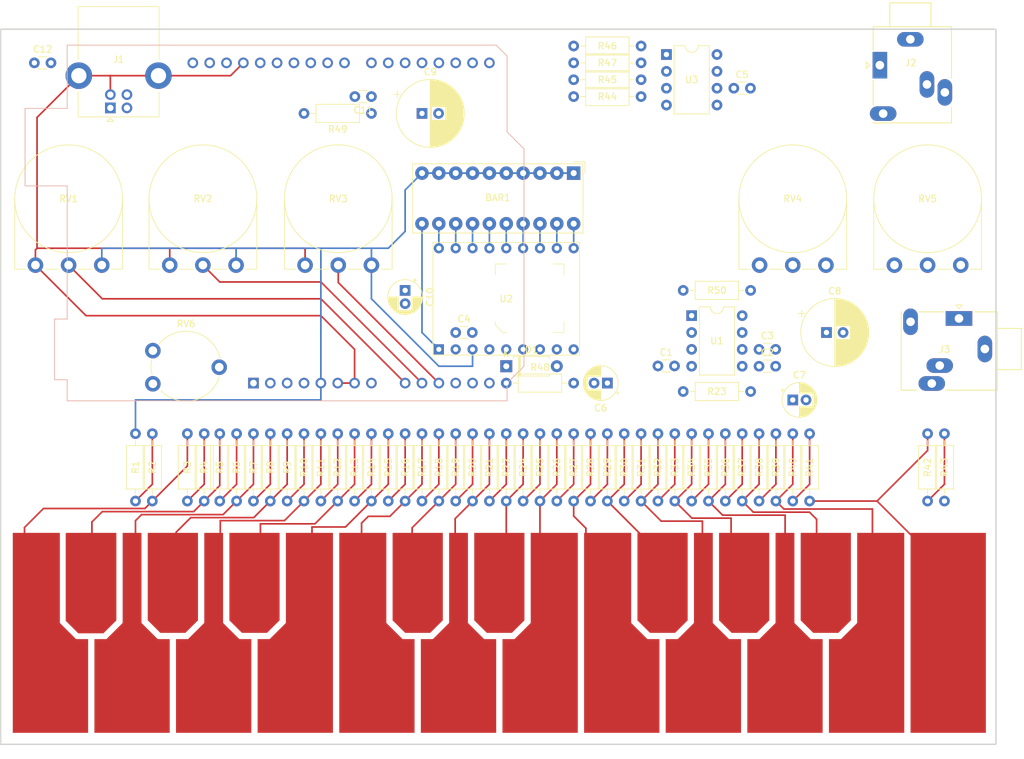
<source format=kicad_pcb>
(kicad_pcb (version 20211014) (generator pcbnew)
  (layers (0 "F.Cu" signal) (31 "B.Cu" signal) (34 "B.Paste" user) (35 "F.Paste" user) (36 "B.SilkS" user "B.Silkscreen") (37 "F.SilkS" user "F.Silkscreen") (38 "B.Mask" user) (39 "F.Mask" user) (44 "Edge.Cuts" user))
  (net 0 "")
  (net 5 "VCC")
  (net 6 "GND")
  (net 8 "POT_ATK")
  (net 9 "POT_REL")
  (net 10 "POT_WAV")
  (net 11 "Net-(A1-Pad12)")
  (net 13 "D_SYNTH")
  (net 31 "Net-(C11-Pad1)")
  (net 32 "Net-(BAR1-Pad11)")
  (net 33 "Net-(BAR1-Pad12)")
  (net 34 "Net-(BAR1-Pad13)")
  (net 35 "Net-(BAR1-Pad14)")
  (net 36 "Net-(BAR1-Pad15)")
  (net 37 "Net-(BAR1-Pad16)")
  (net 38 "Net-(BAR1-Pad17)")
  (net 39 "Net-(BAR1-Pad18)")
  (net 40 "Net-(BAR1-Pad19)")
  (net 41 "Net-(BAR1-Pad20)")
  (net 42 "Net-(C3-Pad1)")
  (net 43 "A_SYNTH")
  (net 44 "KB_IN")
  (net 46 "AUDIO_OUT")
  (net 47 "Net-(A1-Pad26)")
  (net 48 "Net-(RV5-Pad2)")
  (net 49 "Net-(RV5-Pad3)")
  (net 50 "Net-(R1-Pad2)")
  (net 51 "PAD_F3")
  (net 52 "PAD_F#3")
  (net 53 "Net-(R7-Pad2)")
  (net 54 "Net-(R10-Pad1)")
  (net 55 "PAD_G3")
  (net 56 "Net-(R13-Pad2)")
  (net 57 "PAD_G#3")
  (net 58 "Net-(R19-Pad2)")
  (net 59 "PAD_A3")
  (net 60 "Net-(R28-Pad2)")
  (net 61 "PAD_A#3")
  (net 62 "Net-(R32-Pad2)")
  (net 63 "Net-(C6-Pad1)")
  (net 64 "PAD_B3")
  (net 65 "Net-(R38-Pad2)")
  (net 66 "PAD_C4")
  (net 67 "Net-(R44-Pad2)")
  (net 68 "PRE_AMP")
  (net 70 "Net-(RV6-Pad1)")
  (net 71 "PAD_C#4")
  (net 72 "Net-(R3-Pad2)")
  (net 73 "Net-(R5-Pad2)")
  (net 74 "PAD_D4")
  (net 75 "PAD_D#4")
  (net 76 "Net-(R11-Pad2)")
  (net 77 "PAD_E4")
  (net 78 "PAD_F4")
  (net 79 "Net-(R15-Pad2)")
  (net 80 "Net-(R17-Pad2)")
  (net 81 "PAD_F#4")
  (net 82 "PAD_G4")
  (net 83 "Net-(R21-Pad2)")
  (net 84 "Net-(R24-Pad2)")
  (net 85 "Net-(R26-Pad2)")
  (net 86 "PAD_G#4")
  (net 87 "PAD_A4")
  (net 88 "Net-(R30-Pad2)")
  (net 89 "PAD_A#4")
  (net 90 "Net-(R34-Pad2)")
  (net 91 "Net-(R36-Pad2)")
  (net 92 "PAD_B4")
  (net 93 "PAD_C5")
  (net 94 "Net-(R40-Pad2)")
  (net 95 "Net-(R42-Pad2)")
  (net 96 "Net-(R46-Pad2)")
  (net 97 "Net-(J1-Pad1)")
  (net 100 "Net-(C7-Pad1)")
  (net 102 "Net-(RV6-Pad2)")
  (footprint "Resistor_THT:R_Axial_DIN0207_L6.3mm_D2.5mm_P10.16mm_Horizontal" (layer "F.Cu") (at 106.68 27.94)
    (fp_text reference "R45")
    (fp_text value "50k")
  )
  (footprint "Resistor_THT:R_Axial_DIN0207_L6.3mm_D2.5mm_P10.16mm_Horizontal" (layer "F.Cu") (at 106.68 81.28 -90)
    (fp_text reference "R27")
    (fp_text value "75")
  )
  (footprint "Resistor_THT:R_Axial_DIN0207_L6.3mm_D2.5mm_P10.16mm_Horizontal" (layer "F.Cu") (at 71.12 81.28 -90)
    (fp_text reference "R12")
    (fp_text value "0")
  )
  (footprint "Resistor_THT:R_Axial_DIN0207_L6.3mm_D2.5mm_P10.16mm_Horizontal" (layer "F.Cu") (at 160.02 81.28 -90)
    (fp_text reference "R42")
    (fp_text value "12k")
  )
  (footprint "Resistor_THT:R_Axial_DIN0207_L6.3mm_D2.5mm_P10.16mm_Horizontal" (layer "F.Cu") (at 106.68 30.48)
    (fp_text reference "R44")
    (fp_text value "10k")
  )
  (footprint "Resistor_THT:R_Axial_DIN0207_L6.3mm_D2.5mm_P10.16mm_Horizontal" (layer "F.Cu") (at 106.68 25.4)
    (fp_text reference "R47")
    (fp_text value "50k")
  )
  (footprint "Resistor_THT:R_Axial_DIN0207_L6.3mm_D2.5mm_P10.16mm_Horizontal" (layer "F.Cu") (at 121.92 81.28 -90)
    (fp_text reference "R33")
    (fp_text value "120")
  )
  (footprint "Resistor_THT:R_Axial_DIN0207_L6.3mm_D2.5mm_P10.16mm_Horizontal" (layer "F.Cu") (at 129.54 81.28 -90)
    (fp_text reference "R36")
    (fp_text value "2.2k")
  )
  (footprint "Resistor_THT:R_Axial_DIN0207_L6.3mm_D2.5mm_P10.16mm_Horizontal" (layer "F.Cu") (at 93.98 81.28 -90)
    (fp_text reference "R21")
    (fp_text value "1.3k")
  )
  (footprint "Resistor_THT:R_Axial_DIN0207_L6.3mm_D2.5mm_P10.16mm_Horizontal" (layer "F.Cu") (at 53.34 81.28 -90)
    (fp_text reference "R5")
    (fp_text value "1.1k")
  )
  (footprint "Resistor_THT:R_Axial_DIN0207_L6.3mm_D2.5mm_P10.16mm_Horizontal" (layer "F.Cu") (at 73.66 81.28 -90)
    (fp_text reference "R13")
    (fp_text value "680")
  )
  (footprint "Resistor_THT:R_Axial_DIN0207_L6.3mm_D2.5mm_P10.16mm_Horizontal" (layer "F.Cu") (at 68.58 81.28 -90)
    (fp_text reference "R11")
    (fp_text value "1k")
  )
  (footprint "Resistor_THT:R_Axial_DIN0207_L6.3mm_D2.5mm_P10.16mm_Horizontal" (layer "F.Cu") (at 96.52 81.28 -90)
    (fp_text reference "R22")
    (fp_text value "110")
  )
  (footprint "Resistor_THT:R_Axial_DIN0207_L6.3mm_D2.5mm_P10.16mm_Horizontal" (layer "F.Cu") (at 134.62 81.28 -90)
    (fp_text reference "R38")
    (fp_text value "2.2k")
  )
  (footprint "Display:HDSP-4832" (layer "F.Cu") (at 106.68 42.0175 -90)
    (fp_text reference "BAR1")
    (fp_text value "HDSP-4832")
  )
  (footprint "Resistor_THT:R_Axial_DIN0207_L6.3mm_D2.5mm_P10.16mm_Horizontal" (layer "F.Cu") (at 142.24 81.28 -90)
    (fp_text reference "R41")
    (fp_text value "160")
  )
  (footprint "Resistor_THT:R_Axial_DIN0207_L6.3mm_D2.5mm_P10.16mm_Horizontal" (layer "F.Cu") (at 123.19 59.69)
    (fp_text reference "R50")
    (fp_text value "100k")
  )
  (footprint "Capacitor_THT:CP_Radial_D10.0mm_P2.50mm" (layer "F.Cu") (at 83.82 33.02)
    (fp_text reference "C9")
    (fp_text value "10u")
  )
  (footprint "Connector_USB:USB_B_Lumberg_2411_02_Horizontal" (layer "F.Cu") (at 36.85 32.1875 90)
    (fp_text reference "J1")
    (fp_text value "USB_B")
  )
  (footprint "Resistor_THT:R_Axial_DIN0207_L6.3mm_D2.5mm_P10.16mm_Horizontal" (layer "F.Cu") (at 55.88 81.28 -90)
    (fp_text reference "R6")
    (fp_text value "20")
  )
  (footprint "keyboard:potm" (layer "F.Cu") (at 165.02 55.88 90)
    (fp_text reference "RV5")
    (fp_text value "10k")
  )
  (footprint "Package_DIP:DIP-8_W7.62mm" (layer "F.Cu") (at 120.66 24.14)
    (fp_text reference "U3")
    (fp_text value "LM386")
  )
  (footprint "Capacitor_THT:CP_Radial_D5.0mm_P2.00mm" (layer "F.Cu") (at 111.76 73.66 180)
    (fp_text reference "C6")
    (fp_text value "1u")
  )
  (footprint "Connector_Audio:Jack_3.5mm_Ledino_KB3SPRS_Horizontal" (layer "F.Cu") (at 152.8225 25.75 -90)
    (fp_text reference "J2")
    (fp_text value "AUDIO")
  )
  (footprint "Resistor_THT:R_Axial_DIN0207_L6.3mm_D2.5mm_P10.16mm_Horizontal" (layer "F.Cu") (at 83.82 81.28 -90)
    (fp_text reference "R17")
    (fp_text value "1.1k")
  )
  (footprint "Resistor_THT:R_Axial_DIN0207_L6.3mm_D2.5mm_P10.16mm_Horizontal" (layer "F.Cu") (at 58.42 81.28 -90)
    (fp_text reference "R7")
    (fp_text value "560")
  )
  (footprint "Resistor_THT:R_Axial_DIN0207_L6.3mm_D2.5mm_P10.16mm_Horizontal" (layer "F.Cu") (at 48.46 81.28 -90)
    (fp_text reference "R3")
    (fp_text value "560")
  )
  (footprint "Resistor_THT:R_Axial_DIN0207_L6.3mm_D2.5mm_P10.16mm_Horizontal" (layer "F.Cu") (at 91.44 81.28 -90)
    (fp_text reference "R20")
    (fp_text value "0")
  )
  (footprint "Resistor_THT:R_Axial_DIN0207_L6.3mm_D2.5mm_P10.16mm_Horizontal" (layer "F.Cu") (at 81.28 81.28 -90)
    (fp_text reference "R16")
    (fp_text value "30")
  )
  (footprint "Diode_THT:D_A-405_P7.62mm_Horizontal" (layer "F.Cu") (at 96.52 71.12)
    (fp_text reference "D1")
    (fp_text value "D")
  )
  (footprint "Capacitor_THT:C_Disc_D3.0mm_W1.6mm_P2.50mm" (layer "F.Cu") (at 88.9 66.04)
    (fp_text reference "C4")
    (fp_text value "100n")
  )
  (footprint "Resistor_THT:R_Axial_DIN0207_L6.3mm_D2.5mm_P10.16mm_Horizontal" (layer "F.Cu") (at 66.04 81.28 -90)
    (fp_text reference "R10")
    (fp_text value "39")
  )
  (footprint "keyboard:potm" (layer "F.Cu") (at 76.2 55.88 90)
    (fp_text reference "RV3")
    (fp_text value "10k")
  )
  (footprint "Capacitor_THT:C_Disc_D3.0mm_W1.6mm_P2.50mm" (layer "F.Cu") (at 119.38 71.08)
    (fp_text reference "C1")
    (fp_text value "100n")
  )
  (footprint "Resistor_THT:R_Axial_DIN0207_L6.3mm_D2.5mm_P10.16mm_Horizontal" (layer "F.Cu") (at 78.74 81.28 -90)
    (fp_text reference "R15")
    (fp_text value "1k")
  )
  (footprint "Resistor_THT:R_Axial_DIN0207_L6.3mm_D2.5mm_P10.16mm_Horizontal" (layer "F.Cu") (at 60.96 81.28 -90)
    (fp_text reference "R8")
    (fp_text value "39")
  )
  (footprint "Resistor_THT:R_Axial_DIN0207_L6.3mm_D2.5mm_P10.16mm_Horizontal" (layer "F.Cu") (at 63.5 81.28 -90)
    (fp_text reference "R9")
    (fp_text value "750")
  )
  (footprint "Capacitor_THT:C_Disc_D3.0mm_W1.6mm_P2.50mm" (layer "F.Cu") (at 134.62 68.58)
    (fp_text reference "C3")
    (fp_text value "10n")
  )
  (footprint "Resistor_THT:R_Axial_DIN0207_L6.3mm_D2.5mm_P10.16mm_Horizontal" (layer "F.Cu") (at 162.56 81.28 -90)
    (fp_text reference "R43")
    (fp_text value "240")
  )
  (footprint "keyboard:potm" (layer "F.Cu") (at 144.7 55.88 90)
    (fp_text reference "RV4")
    (fp_text value "50k")
  )
  (footprint "Capacitor_THT:C_Disc_D3.0mm_W1.6mm_P2.50mm" (layer "F.Cu") (at 25.4 25.4)
    (fp_text reference "C12")
    (fp_text value "100n")
  )
  (footprint "Resistor_THT:R_Axial_DIN0207_L6.3mm_D2.5mm_P10.16mm_Horizontal" (layer "F.Cu") (at 101.6 81.28 -90)
    (fp_text reference "R25")
    (fp_text value "68")
  )
  (footprint "Capacitor_THT:CP_Radial_D10.0mm_P2.50mm" (layer "F.Cu") (at 144.78 66.04)
    (fp_text reference "C8")
    (fp_text value "100u")
  )
  (footprint "keyboard:potm" (layer "F.Cu") (at 35.56 55.88 90)
    (fp_text reference "RV1")
    (fp_text value "10k")
  )
  (footprint "keyboard:potm" (layer "F.Cu") (at 55.8 55.88 90)
    (fp_text reference "RV2")
    (fp_text value "10k")
  )
  (footprint "Resistor_THT:R_Axial_DIN0207_L6.3mm_D2.5mm_P10.16mm_Horizontal" (layer "F.Cu") (at 43.18 81.28 -90)
    (fp_text reference "R2")
    (fp_text value "0")
  )
  (footprint "Capacitor_THT:C_Disc_D3.0mm_W1.6mm_P2.50mm" (layer "F.Cu") (at 130.82 29.22)
    (fp_text reference "C5")
    (fp_text value "100n")
  )
  (footprint "Resistor_THT:R_Axial_DIN0207_L6.3mm_D2.5mm_P10.16mm_Horizontal" (layer "F.Cu") (at 86.36 81.28 -90)
    (fp_text reference "R18")
    (fp_text value "10")
  )
  (footprint "Capacitor_THT:C_Disc_D3.0mm_W1.6mm_P2.50mm" (layer "F.Cu") (at 76.2 30.48 180)
    (fp_text reference "C11")
    (fp_text value "10n")
  )
  (footprint "Connector_Audio:Jack_3.5mm_Ledino_KB3SPRS_Horizontal" (layer "F.Cu") (at 164.75 63.9225 180)
    (fp_text reference "J3")
    (fp_text value "STYLUS")
  )
  (footprint "Resistor_THT:R_Axial_DIN0207_L6.3mm_D2.5mm_P10.16mm_Horizontal" (layer "F.Cu") (at 111.76 81.28 -90)
    (fp_text reference "R29")
    (fp_text value "180")
  )
  (footprint "Resistor_THT:R_Axial_DIN0207_L6.3mm_D2.5mm_P10.16mm_Horizontal" (layer "F.Cu") (at 104.14 81.28 -90)
    (fp_text reference "R26")
    (fp_text value "1.5k")
  )
  (footprint "Resistor_THT:R_Axial_DIN0207_L6.3mm_D2.5mm_P10.16mm_Horizontal" (layer "F.Cu") (at 124.46 81.28 -90)
    (fp_text reference "R34")
    (fp_text value "2.0k")
  )
  (footprint "Resistor_THT:R_Axial_DIN0207_L6.3mm_D2.5mm_P10.16mm_Horizontal" (layer "F.Cu") (at 40.64 81.28 -90)
    (fp_text reference "R1")
    (fp_text value "10k")
  )
  (footprint "Capacitor_THT:CP_Radial_D5.0mm_P2.00mm" (layer "F.Cu") (at 139.7 76.2)
    (fp_text reference "C7")
    (fp_text value "1u")
  )
  (footprint "Resistor_THT:R_Axial_DIN0207_L6.3mm_D2.5mm_P10.16mm_Horizontal" (layer "F.Cu") (at 76.2 81.28 -90)
    (fp_text reference "R14")
    (fp_text value "47")
  )
  (footprint "Resistor_THT:R_Axial_DIN0207_L6.3mm_D2.5mm_P10.16mm_Horizontal" (layer "F.Cu") (at 99.06 81.28 -90)
    (fp_text reference "R24")
    (fp_text value "1.3k")
  )
  (footprint "Resistor_THT:R_Axial_DIN0207_L6.3mm_D2.5mm_P10.16mm_Horizontal" (layer "F.Cu") (at 106.68 22.86)
    (fp_text reference "R46")
    (fp_text value "10k")
  )
  (footprint "keyboard:keyboard" (layer "F.Cu") (at 92.493447 109.146744)
    (fp_text reference "KB1" hide)
    (fp_text value "keyboard")
  )
  (footprint "Resistor_THT:R_Axial_DIN0207_L6.3mm_D2.5mm_P10.16mm_Horizontal" (layer "F.Cu") (at 109.22 81.28 -90)
    (fp_text reference "R28")
    (fp_text value "1.6k")
  )
  (footprint "Resistor_THT:R_Axial_DIN0207_L6.3mm_D2.5mm_P10.16mm_Horizontal" (layer "F.Cu") (at 119.38 81.28 -90)
    (fp_text reference "R32")
    (fp_text value "1.8k")
  )
  (footprint "Resistor_THT:R_Axial_DIN0207_L6.3mm_D2.5mm_P10.16mm_Horizontal" (layer "F.Cu") (at 137.16 81.28 -90)
    (fp_text reference "R39")
    (fp_text value "30")
  )
  (footprint "Potentiometer_THT:Potentiometer_Piher_PT-10-V10_Vertical" (layer "F.Cu") (at 43.26 73.77)
    (fp_text reference "RV6")
    (fp_text value "4k7")
  )
  (footprint "Capacitor_THT:C_Disc_D3.0mm_W1.6mm_P2.50mm" (layer "F.Cu") (at 134.62 71.12)
    (fp_text reference "C2")
    (fp_text value "100n")
  )
  (footprint "Resistor_THT:R_Axial_DIN0207_L6.3mm_D2.5mm_P10.16mm_Horizontal" (layer "F.Cu") (at 127 81.28 -90)
    (fp_text reference "R35")
    (fp_text value "160")
  )
  (footprint "Resistor_THT:R_Axial_DIN0207_L6.3mm_D2.5mm_P10.16mm_Horizontal" (layer "F.Cu") (at 116.84 81.28 -90)
    (fp_text reference "R31")
    (fp_text value "0")
  )
  (footprint "Resistor_THT:R_Axial_DIN0207_L6.3mm_D2.5mm_P10.16mm_Horizontal" (layer "F.Cu") (at 123.19 74.93)
    (fp_text reference "R23")
    (fp_text value "220k")
  )
  (footprint "Resistor_THT:R_Axial_DIN0207_L6.3mm_D2.5mm_P10.16mm_Horizontal" (layer "F.Cu") (at 132.08 81.28 -90)
    (fp_text reference "R37")
    (fp_text value "39")
  )
  (footprint "Resistor_THT:R_Axial_DIN0207_L6.3mm_D2.5mm_P10.16mm_Horizontal" (layer "F.Cu") (at 51 81.28 -90)
    (fp_text reference "R4")
    (fp_text value "10")
  )
  (footprint "Resistor_THT:R_Axial_DIN0207_L6.3mm_D2.5mm_P10.16mm_Horizontal" (layer "F.Cu") (at 96.52 73.66)
    (fp_text reference "R48")
    (fp_text value "100k")
  )
  (footprint "Package_DIP:DIP-8_W7.62mm" (layer "F.Cu") (at 124.46 63.5)
    (fp_text reference "U1")
    (fp_text value "NE555P")
  )
  (footprint "Resistor_THT:R_Axial_DIN0207_L6.3mm_D2.5mm_P10.16mm_Horizontal" (layer "F.Cu") (at 76.2 33.02 180)
    (fp_text reference "R49")
    (fp_text value "1k")
  )
  (footprint "Capacitor_THT:CP_Radial_D5.0mm_P2.00mm" (layer "F.Cu") (at 81.28 59.69 -90)
    (fp_text reference "C10")
    (fp_text value "2.2u")
  )
  (footprint "keyboard:avans-lm3914v" (layer "F.Cu") (at 96.52 60.96 90)
    (fp_text reference "U2")
    (fp_text value "LM3914V")
  )
  (footprint "Resistor_THT:R_Axial_DIN0207_L6.3mm_D2.5mm_P10.16mm_Horizontal" (layer "F.Cu") (at 88.9 81.28 -90)
    (fp_text reference "R19")
    (fp_text value "1.3k")
  )
  (footprint "Resistor_THT:R_Axial_DIN0207_L6.3mm_D2.5mm_P10.16mm_Horizontal" (layer "F.Cu") (at 139.7 81.28 -90)
    (fp_text reference "R40")
    (fp_text value "2.7k")
  )
  (footprint "Resistor_THT:R_Axial_DIN0207_L6.3mm_D2.5mm_P10.16mm_Horizontal" (layer "F.Cu") (at 114.3 81.28 -90)
    (fp_text reference "R30")
    (fp_text value "1.8k")
  )
  (footprint "Module:Arduino_UNO_R3" (layer "B.Cu") (at 58.42 73.66)
    (fp_text reference "A1" hide)
    (fp_text value "Arduino_UNO_R3")
  )
  (gr_rect (start 20.32 20.32) (end 170.32 128.1) (layer "Edge.Cuts") (width 0.2) (fill none))
  (segment (start 55.88 53.34) (end 55.8 53.42) (width 0.25) (layer "B.Cu") (net 5))
  (segment (start 91.44 68.58) (end 91.44 71.12) (width 0.25) (layer "B.Cu") (net 5))
  (segment (start 35.56 53.34) (end 55.88 53.34) (width 0.25) (layer "B.Cu") (net 5))
  (segment (start 40.64 76.2) (end 40.64 81.28) (width 0.25) (layer "B.Cu") (net 5))
  (segment (start 83.82 42.0175) (end 81.28 44.5575) (width 0.25) (layer "B.Cu") (net 5))
  (segment (start 68.58 76.2) (end 40.64 76.2) (width 0.25) (layer "B.Cu") (net 5))
  (segment (start 81.28 44.5575) (end 81.28 45.72) (width 0.25) (layer "B.Cu") (net 5))
  (segment (start 106.68 42.0175) (end 83.82 42.0175) (width 0.25) (layer "B.Cu") (net 5))
  (segment (start 76.2 53.34) (end 76.2 55.88) (width 0.25) (layer "B.Cu") (net 5))
  (segment (start 78.74 53.34) (end 76.2 53.34) (width 0.25) (layer "B.Cu") (net 5))
  (segment (start 55.88 53.34) (end 68.58 53.34) (width 0.25) (layer "B.Cu") (net 5))
  (segment (start 91.44 71.12) (end 86.36 71.12) (width 0.25) (layer "B.Cu") (net 5))
  (segment (start 68.58 73.66) (end 68.58 53.34) (width 0.25) (layer "B.Cu") (net 5))
  (segment (start 76.2 60.96) (end 76.2 55.88) (width 0.25) (layer "B.Cu") (net 5))
  (segment (start 86.36 71.12) (end 76.2 60.96) (width 0.25) (layer "B.Cu") (net 5))
  (segment (start 68.58 73.66) (end 68.58 76.2) (width 0.25) (layer "B.Cu") (net 5))
  (segment (start 35.56 55.88) (end 35.56 53.34) (width 0.25) (layer "B.Cu") (net 5))
  (segment (start 68.58 53.34) (end 76.2 53.34) (width 0.25) (layer "B.Cu") (net 5))
  (segment (start 81.28 50.8) (end 78.74 53.34) (width 0.25) (layer "B.Cu") (net 5))
  (segment (start 55.8 53.42) (end 55.8 55.88) (width 0.25) (layer "B.Cu") (net 5))
  (segment (start 81.28 45.72) (end 81.28 50.8) (width 0.25) (layer "B.Cu") (net 5))
  (segment (start 45.8 55.88) (end 45.8 53.352362) (width 0.25) (layer "F.Cu") (net 6))
  (segment (start 32.1 27.3275) (end 36.854501 27.3275) (width 0.25) (layer "F.Cu") (net 6))
  (segment (start 54.9725 27.3275) (end 56.9 25.4) (width 0.25) (layer "F.Cu") (net 6))
  (segment (start 36.85 27.332001) (end 36.854501 27.3275) (width 0.25) (layer "F.Cu") (net 6))
  (segment (start 73.66 68.58) (end 73.66 73.66) (width 0.25) (layer "F.Cu") (net 6))
  (segment (start 25.803039 53.34) (end 25.56 53.583039) (width 0.25) (layer "F.Cu") (net 6))
  (segment (start 66.2 53.5) (end 66.04 53.34) (width 0.25) (layer "F.Cu") (net 6))
  (segment (start 66.04 53.34) (end 45.787638 53.34) (width 0.25) (layer "F.Cu") (net 6))
  (segment (start 25.56 53.583039) (end 25.56 55.88) (width 0.25) (layer "F.Cu") (net 6))
  (segment (start 68.58 63.5) (end 73.66 68.58) (width 0.25) (layer "F.Cu") (net 6))
  (segment (start 36.85 30.1875) (end 36.85 27.332001) (width 0.25) (layer "F.Cu") (net 6))
  (segment (start 33.18 63.5) (end 68.58 63.5) (width 0.25) (layer "F.Cu") (net 6))
  (segment (start 25.803039 53.34) (end 25.803039 33.624461) (width 0.25) (layer "F.Cu") (net 6))
  (segment (start 45.787638 53.34) (end 25.803039 53.34) (width 0.25) (layer "F.Cu") (net 6))
  (segment (start 66.2 55.88) (end 66.2 53.5) (width 0.25) (layer "F.Cu") (net 6))
  (segment (start 36.854501 27.3275) (end 44.1 27.3275) (width 0.25) (layer "F.Cu") (net 6))
  (segment (start 45.8 53.352362) (end 45.787638 53.34) (width 0.25) (layer "F.Cu") (net 6))
  (segment (start 25.803039 33.624461) (end 32.1 27.3275) (width 0.25) (layer "F.Cu") (net 6))
  (segment (start 25.56 55.88) (end 33.18 63.5) (width 0.25) (layer "F.Cu") (net 6))
  (segment (start 44.1 27.3275) (end 54.9725 27.3275) (width 0.25) (layer "F.Cu") (net 6))
  (segment (start 73.66 73.66) (end 71.12 73.66) (width 0.25) (layer "F.Cu") (net 6))
  (segment (start 31.729999 29.230001) (end 33.02 27.94) (width 0.25) (layer "B.Cu") (net 6))
  (segment (start 81.28 73.66) (end 68.58 60.96) (width 0.25) (layer "F.Cu") (net 8))
  (segment (start 35.64 60.96) (end 30.56 55.88) (width 0.25) (layer "F.Cu") (net 8))
  (segment (start 68.58 60.96) (end 35.64 60.96) (width 0.25) (layer "F.Cu") (net 8))
  (segment (start 53.34 58.42) (end 68.58 58.42) (width 0.25) (layer "F.Cu") (net 9))
  (segment (start 50.8 55.88) (end 53.34 58.42) (width 0.25) (layer "F.Cu") (net 9))
  (segment (start 68.58 58.42) (end 83.82 73.66) (width 0.25) (layer "F.Cu") (net 9))
  (segment (start 71.2 58.5) (end 86.36 73.66) (width 0.25) (layer "F.Cu") (net 10))
  (segment (start 71.2 55.88) (end 71.2 58.5) (width 0.25) (layer "F.Cu") (net 10))
  (segment (start 83.82 66.04) (end 83.82 49.6375) (width 0.25) (layer "B.Cu") (net 32))
  (segment (start 86.36 68.58) (end 83.82 66.04) (width 0.25) (layer "B.Cu") (net 32))
  (segment (start 86.36 53.34) (end 86.36 49.6375) (width 0.25) (layer "B.Cu") (net 33))
  (segment (start 88.9 53.34) (end 88.9 49.6375) (width 0.25) (layer "B.Cu") (net 34))
  (segment (start 91.44 53.34) (end 91.44 49.6375) (width 0.25) (layer "B.Cu") (net 35))
  (segment (start 93.98 53.34) (end 93.98 49.6375) (width 0.25) (layer "B.Cu") (net 36))
  (segment (start 96.52 53.34) (end 96.52 49.6375) (width 0.25) (layer "B.Cu") (net 37))
  (segment (start 99.06 53.34) (end 99.06 49.6375) (width 0.25) (layer "B.Cu") (net 38))
  (segment (start 101.6 53.34) (end 101.6 49.6375) (width 0.25) (layer "B.Cu") (net 39))
  (segment (start 104.14 53.34) (end 104.14 49.6375) (width 0.25) (layer "B.Cu") (net 40))
  (segment (start 106.68 53.34) (end 106.68 49.6375) (width 0.25) (layer "B.Cu") (net 41))
  (segment (start 43.18 81.28) (end 43.18 88.9) (width 0.25) (layer "F.Cu") (net 50))
  (segment (start 43.18 88.9) (end 40.64 91.44) (width 0.25) (layer "F.Cu") (net 50))
  (segment (start 43.18 91.44) (end 42.055489 92.564511) (width 0.25) (layer "F.Cu") (net 51))
  (segment (start 48.46 81.28) (end 48.46 86.16) (width 0.25) (layer "F.Cu") (net 51))
  (segment (start 48.46 86.16) (end 43.18 91.44) (width 0.25) (layer "F.Cu") (net 51))
  (segment (start 23.913447 95.41989) (end 23.913447 124.386744) (width 0.25) (layer "F.Cu") (net 51))
  (segment (start 26.768826 92.564511) (end 23.913447 95.41989) (width 0.25) (layer "F.Cu") (net 51))
  (segment (start 42.055489 92.564511) (end 26.768826 92.564511) (width 0.25) (layer "F.Cu") (net 51))
  (segment (start 35.640413 93.03057) (end 34.073447 94.597536) (width 0.25) (layer "F.Cu") (net 52))
  (segment (start 53.34 89.1) (end 51 91.44) (width 0.25) (layer "F.Cu") (net 52))
  (segment (start 34.073447 94.597536) (end 34.073447 109.146744) (width 0.25) (layer "F.Cu") (net 52))
  (segment (start 53.34 81.28) (end 53.34 89.1) (width 0.25) (layer "F.Cu") (net 52))
  (segment (start 51 91.44) (end 49.40943 93.03057) (width 0.25) (layer "F.Cu") (net 52))
  (segment (start 49.40943 93.03057) (end 35.640413 93.03057) (width 0.25) (layer "F.Cu") (net 52))
  (segment (start 60.96 88.9) (end 58.42 91.44) (width 0.25) (layer "F.Cu") (net 53))
  (segment (start 60.96 81.28) (end 60.96 88.9) (width 0.25) (layer "F.Cu") (net 53))
  (segment (start 66.04 81.28) (end 66.04 88.9) (width 0.25) (layer "F.Cu") (net 54))
  (segment (start 66.04 88.9) (end 63.5 91.44) (width 0.25) (layer "F.Cu") (net 54))
  (segment (start 55.88 91.44) (end 53.838266 93.481734) (width 0.25) (layer "F.Cu") (net 55))
  (segment (start 40.64 94.397464) (end 40.64 120.360191) (width 0.25) (layer "F.Cu") (net 55))
  (segment (start 58.42 81.28) (end 58.42 88.9) (width 0.25) (layer "F.Cu") (net 55))
  (segment (start 40.64 120.360191) (end 36.613447 124.386744) (width 0.25) (layer "F.Cu") (net 55))
  (segment (start 58.42 88.9) (end 55.88 91.44) (width 0.25) (layer "F.Cu") (net 55))
  (segment (start 41.55573 93.481734) (end 40.64 94.397464) (width 0.25) (layer "F.Cu") (net 55))
  (segment (start 53.838266 93.481734) (end 41.55573 93.481734) (width 0.25) (layer "F.Cu") (net 55))
  (segment (start 73.66 91.44) (end 76.2 88.9) (width 0.25) (layer "F.Cu") (net 56))
  (segment (start 76.2 88.9) (end 76.2 81.28) (width 0.25) (layer "F.Cu") (net 56))
  (segment (start 46.773447 96.132259) (end 46.773447 109.146744) (width 0.25) (layer "F.Cu") (net 57))
  (segment (start 63.5 88.9) (end 60.96 91.44) (width 0.25) (layer "F.Cu") (net 57))
  (segment (start 58.466541 93.933459) (end 48.972247 93.933459) (width 0.25) (layer "F.Cu") (net 57))
  (segment (start 60.96 91.44) (end 58.466541 93.933459) (width 0.25) (layer "F.Cu") (net 57))
  (segment (start 48.972247 93.933459) (end 46.773447 96.132259) (width 0.25) (layer "F.Cu") (net 57))
  (segment (start 63.5 81.28) (end 63.5 88.9) (width 0.25) (layer "F.Cu") (net 57))
  (segment (start 91.44 88.9) (end 88.9 91.44) (width 0.25) (layer "F.Cu") (net 58))
  (segment (start 91.44 81.28) (end 91.44 88.9) (width 0.25) (layer "F.Cu") (net 58))
  (segment (start 66.04 91.44) (end 63.093114 94.386886) (width 0.25) (layer "F.Cu") (net 59))
  (segment (start 53.420799 97.434811) (end 52.727922 98.127688) (width 0.25) (layer "F.Cu") (net 59))
  (segment (start 68.58 88.9) (end 66.04 91.44) (width 0.25) (layer "F.Cu") (net 59))
  (segment (start 68.58 81.28) (end 68.58 88.9) (width 0.25) (layer "F.Cu") (net 59))
  (segment (start 53.420799 94.386886) (end 53.420799 97.434811) (width 0.25) (layer "F.Cu") (net 59))
  (segment (start 63.093114 94.386886) (end 53.420799 94.386886) (width 0.25) (layer "F.Cu") (net 59))
  (segment (start 111.76 81.28) (end 111.76 88.9) (width 0.25) (layer "F.Cu") (net 60))
  (segment (start 111.76 88.9) (end 109.22 91.44) (width 0.25) (layer "F.Cu") (net 60))
  (segment (start 59.465489 109.138786) (end 59.473447 109.146744) (width 0.25) (layer "F.Cu") (net 61))
  (segment (start 67.688657 94.871343) (end 59.465489 94.871343) (width 0.25) (layer "F.Cu") (net 61))
  (segment (start 73.66 88.9) (end 71.12 91.44) (width 0.25) (layer "F.Cu") (net 61))
  (segment (start 59.465489 94.871343) (end 59.465489 109.138786) (width 0.25) (layer "F.Cu") (net 61))
  (segment (start 73.66 81.28) (end 73.66 88.9) (width 0.25) (layer "F.Cu") (net 61))
  (segment (start 71.12 91.44) (end 67.688657 94.871343) (width 0.25) (layer "F.Cu") (net 61))
  (segment (start 121.92 88.9) (end 121.92 81.28) (width 0.25) (layer "F.Cu") (net 62))
  (segment (start 119.38 91.44) (end 121.92 88.9) (width 0.25) (layer "F.Cu") (net 62))
  (segment (start 67.239629 98.469125) (end 67.323402 98.552898) (width 0.25) (layer "F.Cu") (net 64))
  (segment (start 72.291705 95.348295) (end 67.239629 95.348295) (width 0.25) (layer "F.Cu") (net 64))
  (segment (start 78.74 81.28) (end 78.74 88.9) (width 0.25) (layer "F.Cu") (net 64))
  (segment (start 67.239629 95.348295) (end 67.239629 98.469125) (width 0.25) (layer "F.Cu") (net 64))
  (segment (start 78.74 88.9) (end 76.2 91.44) (width 0.25) (layer "F.Cu") (net 64))
  (segment (start 76.2 91.44) (end 72.291705 95.348295) (width 0.25) (layer "F.Cu") (net 64))
  (segment (start 134.62 91.44) (end 137.16 88.9) (width 0.25) (layer "F.Cu") (net 65))
  (segment (start 137.16 88.9) (end 137.16 81.28) (width 0.25) (layer "F.Cu") (net 65))
  (segment (start 74.713447 94.763215) (end 74.713447 124.386744) (width 0.25) (layer "F.Cu") (net 66))
  (segment (start 81.28 91.44) (end 78.975726 93.744274) (width 0.25) (layer "F.Cu") (net 66))
  (segment (start 75.732388 93.744274) (end 74.713447 94.763215) (width 0.25) (layer "F.Cu") (net 66))
  (segment (start 78.975726 93.744274) (end 75.732388 93.744274) (width 0.25) (layer "F.Cu") (net 66))
  (segment (start 83.82 81.28) (end 83.82 88.9) (width 0.25) (layer "F.Cu") (net 66))
  (segment (start 83.82 88.9) (end 81.28 91.44) (width 0.25) (layer "F.Cu") (net 66))
  (segment (start 82.333447 95.466553) (end 82.333447 109.146744) (width 0.25) (layer "F.Cu") (net 71))
  (segment (start 88.9 81.28) (end 88.9 88.9) (width 0.25) (layer "F.Cu") (net 71))
  (segment (start 86.36 91.44) (end 82.333447 95.466553) (width 0.25) (layer "F.Cu") (net 71))
  (segment (start 88.9 88.9) (end 86.36 91.44) (width 0.25) (layer "F.Cu") (net 71))
  (segment (start 51 81.28) (end 51 88.9) (width 0.25) (layer "F.Cu") (net 72))
  (segment (start 51 88.9) (end 48.46 91.44) (width 0.25) (layer "F.Cu") (net 72))
  (segment (start 55.88 81.28) (end 55.88 88.9) (width 0.25) (layer "F.Cu") (net 73))
  (segment (start 55.88 88.9) (end 53.34 91.44) (width 0.25) (layer "F.Cu") (net 73))
  (segment (start 91.44 91.44) (end 91.44 91.470395) (width 0.25) (layer "F.Cu") (net 74))
  (segment (start 91.44 91.470395) (end 88.818697 94.091698) (width 0.25) (layer "F.Cu") (net 74))
  (segment (start 88.818697 94.091698) (end 88.818697 122.981494) (width 0.25) (layer "F.Cu") (net 74))
  (segment (start 88.818697 122.981494) (end 87.413447 124.386744) (width 0.25) (layer "F.Cu") (net 74))
  (segment (start 93.98 88.9) (end 91.44 91.44) (width 0.25) (layer "F.Cu") (net 74))
  (segment (start 93.98 81.28) (end 93.98 88.9) (width 0.25) (layer "F.Cu") (net 74))
  (segment (start 96.52 107.660191) (end 95.033447 109.146744) (width 0.25) (layer "F.Cu") (net 75))
  (segment (start 99.06 81.28) (end 99.06 88.9) (width 0.25) (layer "F.Cu") (net 75))
  (segment (start 96.52 91.44) (end 96.52 107.660191) (width 0.25) (layer "F.Cu") (net 75))
  (segment (start 99.06 88.9) (end 96.52 91.44) (width 0.25) (layer "F.Cu") (net 75))
  (segment (start 71.12 88.9) (end 71.12 81.28) (width 0.25) (layer "F.Cu") (net 76))
  (segment (start 68.58 91.44) (end 71.12 88.9) (width 0.25) (layer "F.Cu") (net 76))
  (segment (start 104.14 81.28) (end 104.14 88.9) (width 0.25) (layer "F.Cu") (net 77))
  (segment (start 101.6 122.900191) (end 100.113447 124.386744) (width 0.25) (layer "F.Cu") (net 77))
  (segment (start 104.14 88.9) (end 101.6 91.44) (width 0.25) (layer "F.Cu") (net 77))
  (segment (start 101.6 91.44) (end 101.6 122.900191) (width 0.25) (layer "F.Cu") (net 77))
  (segment (start 106.68 93.694453) (end 108.525151 95.539604) (width 0.25) (layer "F.Cu") (net 78))
  (segment (start 109.22 88.9) (end 106.68 91.44) (width 0.25) (layer "F.Cu") (net 78))
  (segment (start 108.525151 95.539604) (end 108.525151 122.638448) (width 0.25) (layer "F.Cu") (net 78))
  (segment (start 108.525151 122.638448) (end 110.273447 124.386744) (width 0.25) (layer "F.Cu") (net 78))
  (segment (start 106.68 91.44) (end 106.68 93.694453) (width 0.25) (layer "F.Cu") (net 78))
  (segment (start 109.22 81.28) (end 109.22 88.9) (width 0.25) (layer "F.Cu") (net 78))
  (segment (start 78.74 91.44) (end 81.28 88.9) (width 0.25) (layer "F.Cu") (net 79))
  (segment (start 81.28 88.9) (end 81.28 81.28) (width 0.25) (layer "F.Cu") (net 79))
  (segment (start 86.36 88.9) (end 83.82 91.44) (width 0.25) (layer "F.Cu") (net 80))
  (segment (start 86.36 81.28) (end 86.36 88.9) (width 0.25) (layer "F.Cu") (net 80))
  (segment (start 111.76 91.44) (end 117.893447 97.573447) (width 0.25) (layer "F.Cu") (net 81))
  (segment (start 114.3 81.28) (end 114.3 88.9) (width 0.25) (layer "F.Cu") (net 81))
  (segment (start 114.3 88.9) (end 111.76 91.44) (width 0.25) (layer "F.Cu") (net 81))
  (segment (start 117.893447 97.573447) (end 117.893447 109.146744) (width 0.25) (layer "F.Cu") (net 81))
  (segment (start 119.864023 94.464023) (end 116.84 91.44) (width 0.25) (layer "F.Cu") (net 82))
  (segment (start 119.38 81.28) (end 119.38 88.9) (width 0.25) (layer "F.Cu") (net 82))
  (segment (start 126.08184 121.278351) (end 126.08184 94.464023) (width 0.25) (layer "F.Cu") (net 82))
  (segment (start 122.973447 124.386744) (end 126.08184 121.278351) (width 0.25) (layer "F.Cu") (net 82))
  (segment (start 119.38 88.9) (end 116.84 91.44) (width 0.25) (layer "F.Cu") (net 82))
  (segment (start 126.08184 94.464023) (end 119.864023 94.464023) (width 0.25) (layer "F.Cu") (net 82))
  (segment (start 96.52 88.9) (end 93.98 91.44) (width 0.25) (layer "F.Cu") (net 83))
  (segment (start 96.52 81.28) (end 96.52 88.9) (width 0.25) (layer "F.Cu") (net 83))
  (segment (start 101.6 88.9) (end 99.06 91.44) (width 0.25) (layer "F.Cu") (net 84))
  (segment (start 101.6 81.28) (end 101.6 88.9) (width 0.25) (layer "F.Cu") (net 84))
  (segment (start 106.68 88.9) (end 104.14 91.44) (width 0.25) (layer "F.Cu") (net 85))
  (segment (start 106.68 81.28) (end 106.68 88.9) (width 0.25) (layer "F.Cu") (net 85))
  (segment (start 124.46 81.28) (end 124.46 88.9) (width 0.25) (layer "F.Cu") (net 86))
  (segment (start 130.593447 109.146744) (end 130.593447 98.232169) (width 0.25) (layer "F.Cu") (net 86))
  (segment (start 130.404536 98.043258) (end 130.404536 94.014503) (width 0.25) (layer "F.Cu") (net 86))
  (segment (start 124.46 88.9) (end 121.92 91.44) (width 0.25) (layer "F.Cu") (net 86))
  (segment (start 130.404536 94.014503) (end 124.494503 94.014503) (width 0.25) (layer "F.Cu") (net 86))
  (segment (start 130.593447 98.232169) (end 130.404536 98.043258) (width 0.25) (layer "F.Cu") (net 86))
  (segment (start 124.494503 94.014503) (end 121.92 91.44) (width 0.25) (layer "F.Cu") (net 86))
  (segment (start 129.124983 93.564983) (end 127 91.44) (width 0.25) (layer "F.Cu") (net 87))
  (segment (start 135.673447 124.386744) (end 138.547289 121.512902) (width 0.25) (layer "F.Cu") (net 87))
  (segment (start 138.547289 93.564983) (end 129.124983 93.564983) (width 0.25) (layer "F.Cu") (net 87))
  (segment (start 138.547289 121.512902) (end 138.547289 93.564983) (width 0.25) (layer "F.Cu") (net 87))
  (segment (start 129.54 88.9) (end 127 91.44) (width 0.25) (layer "F.Cu") (net 87))
  (segment (start 129.54 81.28) (end 129.54 88.9) (width 0.25) (layer "F.Cu") (net 87))
  (segment (start 116.84 88.9) (end 116.84 81.28) (width 0.25) (layer "F.Cu") (net 88))
  (segment (start 114.3 91.44) (end 116.84 88.9) (width 0.25) (layer "F.Cu") (net 88))
  (segment (start 143.293447 109.146744) (end 143.293447 94.188643) (width 0.25) (layer "F.Cu") (net 89))
  (segment (start 143.293447 94.188643) (end 142.220267 93.115463) (width 0.25) (layer "F.Cu") (net 89))
  (segment (start 134.62 88.9) (end 132.08 91.44) (width 0.25) (layer "F.Cu") (net 89))
  (segment (start 134.62 81.28) (end 134.62 88.9) (width 0.25) (layer "F.Cu") (net 89))
  (segment (start 142.220267 93.115463) (end 133.755463 93.115463) (width 0.25) (layer "F.Cu") (net 89))
  (segment (start 133.755463 93.115463) (end 132.08 91.44) (width 0.25) (layer "F.Cu") (net 89))
  (segment (start 124.46 91.44) (end 127 88.9) (width 0.25) (layer "F.Cu") (net 90))
  (segment (start 127 88.9) (end 127 81.28) (width 0.25) (layer "F.Cu") (net 90))
  (segment (start 132.08 88.9) (end 132.08 81.28) (width 0.25) (layer "F.Cu") (net 91))
  (segment (start 129.54 91.44) (end 132.08 88.9) (width 0.25) (layer "F.Cu") (net 91))
  (segment (start 139.7 81.28) (end 139.7 88.9) (width 0.25) (layer "F.Cu") (net 92))
  (segment (start 139.7 88.9) (end 137.16 91.44) (width 0.25) (layer "F.Cu") (net 92))
  (segment (start 137.16 91.44) (end 138.36043 92.64043) (width 0.25) (layer "F.Cu") (net 92))
  (segment (start 138.36043 92.64043) (end 151.705151 92.64043) (width 0.25) (layer "F.Cu") (net 92))
  (segment (start 151.705151 92.64043) (end 151.705151 121.05504) (width 0.25) (layer "F.Cu") (net 92))
  (segment (start 151.705151 121.05504) (end 148.373447 124.386744) (width 0.25) (layer "F.Cu") (net 92))
  (segment (start 152.4 91.44) (end 157.48 96.52) (width 0.25) (layer "F.Cu") (net 93))
  (segment (start 152.4 91.44) (end 142.24 91.44) (width 0.25) (layer "F.Cu") (net 93))
  (segment (start 160.02 81.28) (end 160.02 83.82) (width 0.25) (layer "F.Cu") (net 93))
  (segment (start 160.02 83.82) (end 152.4 91.44) (width 0.25) (layer "F.Cu") (net 93))
  (segment (start 142.24 81.28) (end 142.24 88.9) (width 0.25) (layer "F.Cu") (net 94))
  (segment (start 142.24 88.9) (end 139.7 91.44) (width 0.25) (layer "F.Cu") (net 94))
  (segment (start 162.56 81.28) (end 162.56 88.9) (width 0.25) (layer "F.Cu") (net 95))
  (segment (start 162.56 88.9) (end 160.02 91.44) (width 0.25) (layer "F.Cu") (net 95))
)
</source>
